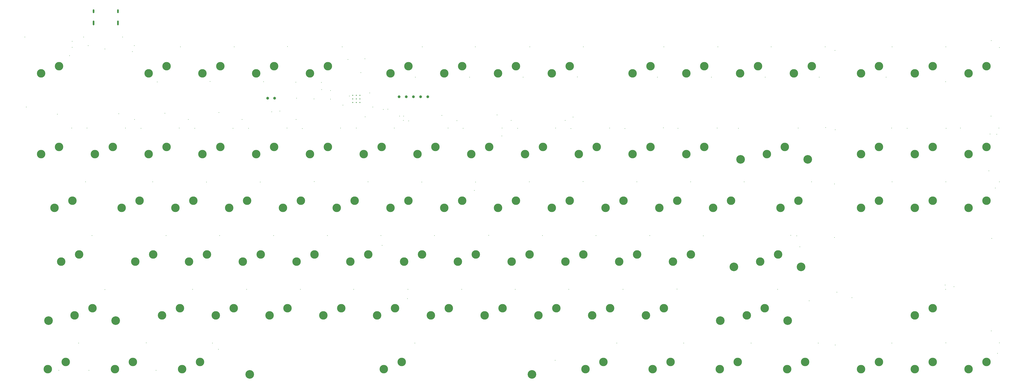
<source format=gbr>
%TF.GenerationSoftware,KiCad,Pcbnew,8.0.8*%
%TF.CreationDate,2025-02-03T11:25:17-05:00*%
%TF.ProjectId,keyboard_pcb,6b657962-6f61-4726-945f-7063622e6b69,rev?*%
%TF.SameCoordinates,Original*%
%TF.FileFunction,Plated,1,2,PTH,Mixed*%
%TF.FilePolarity,Positive*%
%FSLAX46Y46*%
G04 Gerber Fmt 4.6, Leading zero omitted, Abs format (unit mm)*
G04 Created by KiCad (PCBNEW 8.0.8) date 2025-02-03 11:25:17*
%MOMM*%
%LPD*%
G01*
G04 APERTURE LIST*
%TA.AperFunction,ViaDrill*%
%ADD10C,0.300000*%
%TD*%
%TA.AperFunction,ComponentDrill*%
%ADD11C,0.350000*%
%TD*%
G04 aperture for slot hole*
%TA.AperFunction,ComponentDrill*%
%ADD12C,0.600000*%
%TD*%
%TA.AperFunction,ComponentDrill*%
%ADD13C,1.000000*%
%TD*%
%TA.AperFunction,ComponentDrill*%
%ADD14C,3.000000*%
%TD*%
%TA.AperFunction,ComponentDrill*%
%ADD15C,3.048000*%
%TD*%
G04 APERTURE END LIST*
D10*
X29800000Y-30300000D03*
X30325000Y-55100000D03*
X41325000Y-57600000D03*
X41875000Y-148425000D03*
X45650000Y-36925000D03*
X46375000Y-62550000D03*
X46550000Y-31850000D03*
X46575000Y-33950000D03*
X48850000Y-138775000D03*
X50650000Y-30300000D03*
X51300000Y-81575000D03*
X51825000Y-62550000D03*
X52275000Y-33300000D03*
X52525000Y-148375000D03*
X53600000Y-100650000D03*
X58150000Y-119750000D03*
X58200000Y-34550000D03*
X63125000Y-57450000D03*
X64475000Y-30325000D03*
X65425000Y-62575000D03*
X67925000Y-35450000D03*
X68575000Y-33350000D03*
X68650000Y-59500000D03*
X70950000Y-62600000D03*
X72825000Y-138675000D03*
X75150000Y-81625000D03*
X76325000Y-148425000D03*
X76750000Y-46175000D03*
X79450000Y-57325000D03*
X79875000Y-100625000D03*
X84475000Y-62575000D03*
X84900000Y-33775000D03*
X87725000Y-59500000D03*
X89250000Y-119725000D03*
X89975000Y-62650000D03*
X94200000Y-81650000D03*
X95450000Y-46075000D03*
X96275000Y-138750000D03*
X98400000Y-140925000D03*
X98600000Y-57000000D03*
X98850000Y-100650000D03*
X103575000Y-62600000D03*
X104025000Y-33725000D03*
X106800000Y-59500000D03*
X108350000Y-119675000D03*
X109075000Y-62600000D03*
X113250000Y-81650000D03*
X114400000Y-46125000D03*
X117275000Y-56775000D03*
X117925000Y-100650000D03*
X120125000Y-56500000D03*
X122700000Y-62550000D03*
X122850000Y-33700000D03*
X125825000Y-46275000D03*
X125950000Y-59475000D03*
X126050000Y-51975000D03*
X127400000Y-119725000D03*
X128100000Y-62700000D03*
X132250000Y-52225000D03*
X132325000Y-81550000D03*
X134850000Y-46375000D03*
X135000000Y-48900000D03*
X137000000Y-100675000D03*
X138100000Y-49275000D03*
X138125000Y-52325000D03*
X141700000Y-62575000D03*
X142275000Y-33725000D03*
X142525000Y-54400000D03*
X144325000Y-38225000D03*
X144800000Y-51200000D03*
X146315443Y-119680467D03*
X147250000Y-62575000D03*
X148875000Y-42925000D03*
X150300000Y-38000000D03*
X150350000Y-58575000D03*
X151425000Y-81600000D03*
X151950000Y-50100000D03*
X153075000Y-55125000D03*
X155950000Y-100625000D03*
X156425000Y-104150000D03*
X156775000Y-55975000D03*
X158425000Y-55875000D03*
X160725000Y-62575000D03*
X162550000Y-58275000D03*
X163900000Y-59825000D03*
X164025000Y-58275000D03*
X165350000Y-123000000D03*
X165525000Y-119675000D03*
X165800000Y-60025000D03*
X168000000Y-138750000D03*
X168175000Y-44550000D03*
X170450000Y-81650000D03*
X170625000Y-33725000D03*
X174975000Y-100650000D03*
X177550000Y-58050000D03*
X179800000Y-62525000D03*
X182900000Y-59900000D03*
X184600000Y-119700000D03*
X185075000Y-62650000D03*
X187350000Y-44550000D03*
X189100000Y-84650000D03*
X189425000Y-33775000D03*
X189500000Y-81650000D03*
X194175000Y-100600000D03*
X197125000Y-57925000D03*
X198850000Y-65375000D03*
X198900000Y-62525000D03*
X202075000Y-59800000D03*
X203525000Y-119700000D03*
X204375000Y-62650000D03*
X206325000Y-44475000D03*
X208550000Y-81625000D03*
X208700000Y-33775000D03*
X213200000Y-100650000D03*
X217650000Y-144825000D03*
X217850000Y-62525000D03*
X221250000Y-59850000D03*
X222550000Y-119700000D03*
X223300000Y-62675000D03*
X224075000Y-58650000D03*
X225575000Y-44450000D03*
X227575000Y-81550000D03*
X227700000Y-33725000D03*
X232200000Y-100675000D03*
X237000000Y-62525000D03*
X239500000Y-138750000D03*
X241700000Y-119725000D03*
X242425000Y-62675000D03*
X246625000Y-81600000D03*
X251225000Y-100625000D03*
X253950000Y-44550000D03*
X256075000Y-62500000D03*
X256175000Y-33775000D03*
X260900000Y-119650000D03*
X261200000Y-62650000D03*
X263200000Y-138775000D03*
X265700000Y-81625000D03*
X270225000Y-100700000D03*
X273025000Y-44500000D03*
X275125000Y-62550000D03*
X275325000Y-33725000D03*
X282625000Y-62650000D03*
X284675000Y-81625000D03*
X287125000Y-138750000D03*
X292100000Y-44550000D03*
X294250000Y-33775000D03*
X296475000Y-119700000D03*
X301200000Y-100600000D03*
X303300000Y-100750000D03*
X303775000Y-62525000D03*
X304400000Y-104650000D03*
X307725000Y-123725000D03*
X308525000Y-81625000D03*
X310925000Y-138775000D03*
X311250000Y-44500000D03*
X313375000Y-33775000D03*
X313525000Y-62400000D03*
X316650000Y-82325000D03*
X316650000Y-101325000D03*
X316875000Y-35022263D03*
X316925000Y-139450000D03*
X316950000Y-63175000D03*
X317500000Y-120747223D03*
X322875000Y-122650000D03*
X334925000Y-44525000D03*
X336900000Y-62525000D03*
X336975000Y-138775000D03*
X337050000Y-33800000D03*
X337100000Y-81600000D03*
X342375000Y-62650000D03*
X355850000Y-118200000D03*
X356000000Y-46150000D03*
X356025000Y-119675000D03*
X356100000Y-138675000D03*
X356125000Y-81575000D03*
X356150000Y-33725000D03*
X356225000Y-62600000D03*
X359000000Y-118800000D03*
X361325000Y-62575000D03*
X371400000Y-77725000D03*
X371825000Y-64650000D03*
X372125000Y-58300000D03*
X372200000Y-31525000D03*
X372232108Y-134467892D03*
X372350000Y-101675000D03*
X373687500Y-83787500D03*
X374128471Y-64775000D03*
X374425000Y-142400000D03*
X374925000Y-62550000D03*
X375050000Y-34000000D03*
X375050000Y-138650000D03*
X375075000Y-81575000D03*
D11*
%TO.C,*%
X145975000Y-50975000D03*
X145975000Y-52250000D03*
X145975000Y-53525000D03*
X147250000Y-50975000D03*
X147250000Y-52250000D03*
X147250000Y-53525000D03*
X148525000Y-50975000D03*
X148525000Y-52250000D03*
X148525000Y-53525000D03*
D12*
%TO.C,J1*%
X54083764Y-21510764D02*
X54083764Y-20710764D01*
X54083764Y-25840764D02*
X54083764Y-24740764D01*
X62723764Y-21510764D02*
X62723764Y-20710764D01*
X62723764Y-25840764D02*
X62723764Y-24740764D01*
D13*
%TO.C,J2*%
X115825000Y-51975000D03*
X118325000Y-51975000D03*
%TO.C,J3*%
X162365000Y-51450000D03*
X164905000Y-51450000D03*
X167445000Y-51450000D03*
X169985000Y-51450000D03*
X172525000Y-51450000D03*
D14*
%TO.C,MX1*%
X35560000Y-43180000D03*
%TO.C,MX17*%
X35560000Y-71755000D03*
%TO.C,MX77*%
X37941250Y-147955000D03*
%TO.C,MX34*%
X40322500Y-90805000D03*
%TO.C,MX1*%
X41910000Y-40640000D03*
%TO.C,MX17*%
X41910000Y-69215000D03*
%TO.C,MX51*%
X42703750Y-109855000D03*
%TO.C,MX77*%
X44291250Y-145415000D03*
%TO.C,MX34*%
X46672500Y-88265000D03*
%TO.C,MX64*%
X47466250Y-128905000D03*
%TO.C,MX51*%
X49053750Y-107315000D03*
%TO.C,MX64*%
X53816250Y-126365000D03*
%TO.C,MX18*%
X54610000Y-71755000D03*
X60960000Y-69215000D03*
%TO.C,MX78*%
X61753750Y-147955000D03*
%TO.C,MX35*%
X64135000Y-90805000D03*
%TO.C,MX78*%
X68103750Y-145415000D03*
%TO.C,MX52*%
X68897500Y-109855000D03*
%TO.C,MX35*%
X70485000Y-88265000D03*
%TO.C,MX2*%
X73660000Y-43180000D03*
%TO.C,MX19*%
X73660000Y-71755000D03*
%TO.C,MX52*%
X75247500Y-107315000D03*
%TO.C,MX65*%
X78422500Y-128905000D03*
%TO.C,MX2*%
X80010000Y-40640000D03*
%TO.C,MX19*%
X80010000Y-69215000D03*
%TO.C,MX36*%
X83185000Y-90805000D03*
%TO.C,MX65*%
X84772500Y-126365000D03*
%TO.C,MX79*%
X85566250Y-147955000D03*
%TO.C,MX53*%
X87947500Y-109855000D03*
%TO.C,MX36*%
X89535000Y-88265000D03*
%TO.C,MX79*%
X91916250Y-145415000D03*
%TO.C,MX3*%
X92710000Y-43180000D03*
%TO.C,MX20*%
X92710000Y-71755000D03*
%TO.C,MX53*%
X94297500Y-107315000D03*
%TO.C,MX66*%
X97472500Y-128905000D03*
%TO.C,MX3*%
X99060000Y-40640000D03*
%TO.C,MX20*%
X99060000Y-69215000D03*
%TO.C,MX37*%
X102235000Y-90805000D03*
%TO.C,MX66*%
X103822500Y-126365000D03*
%TO.C,MX54*%
X106997500Y-109855000D03*
%TO.C,MX37*%
X108585000Y-88265000D03*
%TO.C,MX4*%
X111760000Y-43180000D03*
%TO.C,MX21*%
X111760000Y-71755000D03*
%TO.C,MX54*%
X113347500Y-107315000D03*
%TO.C,MX67*%
X116522500Y-128905000D03*
%TO.C,MX4*%
X118110000Y-40640000D03*
%TO.C,MX21*%
X118110000Y-69215000D03*
%TO.C,MX38*%
X121285000Y-90805000D03*
%TO.C,MX67*%
X122872500Y-126365000D03*
%TO.C,MX55*%
X126047500Y-109855000D03*
%TO.C,MX38*%
X127635000Y-88265000D03*
%TO.C,MX5*%
X130810000Y-43180000D03*
%TO.C,MX22*%
X130810000Y-71755000D03*
%TO.C,MX55*%
X132397500Y-107315000D03*
%TO.C,MX68*%
X135572500Y-128905000D03*
%TO.C,MX5*%
X137160000Y-40640000D03*
%TO.C,MX22*%
X137160000Y-69215000D03*
%TO.C,MX39*%
X140335000Y-90805000D03*
%TO.C,MX68*%
X141922500Y-126365000D03*
%TO.C,MX56*%
X145097500Y-109855000D03*
%TO.C,MX39*%
X146685000Y-88265000D03*
%TO.C,MX23*%
X149860000Y-71755000D03*
%TO.C,MX56*%
X151447500Y-107315000D03*
%TO.C,MX69*%
X154622500Y-128905000D03*
%TO.C,MX23*%
X156210000Y-69215000D03*
%TO.C,MX80*%
X157003750Y-147955000D03*
%TO.C,MX6*%
X159385000Y-43180000D03*
%TO.C,MX40*%
X159385000Y-90805000D03*
%TO.C,MX69*%
X160972500Y-126365000D03*
%TO.C,MX80*%
X163353750Y-145415000D03*
%TO.C,MX57*%
X164147500Y-109855000D03*
%TO.C,MX6*%
X165735000Y-40640000D03*
%TO.C,MX40*%
X165735000Y-88265000D03*
%TO.C,MX24*%
X168910000Y-71755000D03*
%TO.C,MX57*%
X170497500Y-107315000D03*
%TO.C,MX70*%
X173672500Y-128905000D03*
%TO.C,MX24*%
X175260000Y-69215000D03*
%TO.C,MX7*%
X178435000Y-43180000D03*
%TO.C,MX41*%
X178435000Y-90805000D03*
%TO.C,MX70*%
X180022500Y-126365000D03*
%TO.C,MX58*%
X183197500Y-109855000D03*
%TO.C,MX7*%
X184785000Y-40640000D03*
%TO.C,MX41*%
X184785000Y-88265000D03*
%TO.C,MX25*%
X187960000Y-71755000D03*
%TO.C,MX58*%
X189547500Y-107315000D03*
%TO.C,MX71*%
X192722500Y-128905000D03*
%TO.C,MX25*%
X194310000Y-69215000D03*
%TO.C,MX8*%
X197485000Y-43180000D03*
%TO.C,MX42*%
X197485000Y-90805000D03*
%TO.C,MX71*%
X199072500Y-126365000D03*
%TO.C,MX59*%
X202247500Y-109855000D03*
%TO.C,MX8*%
X203835000Y-40640000D03*
%TO.C,MX42*%
X203835000Y-88265000D03*
%TO.C,MX26*%
X207010000Y-71755000D03*
%TO.C,MX59*%
X208597500Y-107315000D03*
%TO.C,MX72*%
X211772500Y-128905000D03*
%TO.C,MX26*%
X213360000Y-69215000D03*
%TO.C,MX9*%
X216535000Y-43180000D03*
%TO.C,MX43*%
X216535000Y-90805000D03*
%TO.C,MX72*%
X218122500Y-126365000D03*
%TO.C,MX60*%
X221297500Y-109855000D03*
%TO.C,MX9*%
X222885000Y-40640000D03*
%TO.C,MX43*%
X222885000Y-88265000D03*
%TO.C,MX27*%
X226060000Y-71755000D03*
%TO.C,MX60*%
X227647500Y-107315000D03*
%TO.C,MX81*%
X228441250Y-147955000D03*
%TO.C,MX73*%
X230822500Y-128905000D03*
%TO.C,MX27*%
X232410000Y-69215000D03*
%TO.C,MX81*%
X234791250Y-145415000D03*
%TO.C,MX44*%
X235585000Y-90805000D03*
%TO.C,MX73*%
X237172500Y-126365000D03*
%TO.C,MX61*%
X240347500Y-109855000D03*
%TO.C,MX44*%
X241935000Y-88265000D03*
%TO.C,MX10*%
X245110000Y-43180000D03*
%TO.C,MX28*%
X245110000Y-71755000D03*
%TO.C,MX61*%
X246697500Y-107315000D03*
%TO.C,MX74*%
X249872500Y-128905000D03*
%TO.C,MX10*%
X251460000Y-40640000D03*
%TO.C,MX28*%
X251460000Y-69215000D03*
%TO.C,MX82*%
X252253750Y-147955000D03*
%TO.C,MX45*%
X254635000Y-90805000D03*
%TO.C,MX74*%
X256222500Y-126365000D03*
%TO.C,MX82*%
X258603750Y-145415000D03*
%TO.C,MX62*%
X259397500Y-109855000D03*
%TO.C,MX45*%
X260985000Y-88265000D03*
%TO.C,MX11*%
X264160000Y-43180000D03*
%TO.C,MX29*%
X264160000Y-71755000D03*
%TO.C,MX62*%
X265747500Y-107315000D03*
%TO.C,MX11*%
X270510000Y-40640000D03*
%TO.C,MX29*%
X270510000Y-69215000D03*
%TO.C,MX46*%
X273685000Y-90805000D03*
%TO.C,MX83*%
X276066250Y-147955000D03*
%TO.C,MX46*%
X280035000Y-88265000D03*
%TO.C,MX83*%
X282416250Y-145415000D03*
%TO.C,MX12*%
X283210000Y-43180000D03*
%TO.C,MX75*%
X285591250Y-128905000D03*
%TO.C,MX12*%
X289560000Y-40640000D03*
%TO.C,MX63*%
X290353750Y-109855000D03*
%TO.C,MX75*%
X291941250Y-126365000D03*
%TO.C,MX30*%
X292735000Y-71755000D03*
%TO.C,MX63*%
X296703750Y-107315000D03*
%TO.C,MX47*%
X297497500Y-90805000D03*
%TO.C,MX30*%
X299085000Y-69215000D03*
%TO.C,MX84*%
X299878750Y-147955000D03*
%TO.C,MX13*%
X302260000Y-43180000D03*
%TO.C,MX47*%
X303847500Y-88265000D03*
%TO.C,MX84*%
X306228750Y-145415000D03*
%TO.C,MX13*%
X308610000Y-40640000D03*
%TO.C,MX14*%
X326072500Y-43180000D03*
%TO.C,MX31*%
X326072500Y-71755000D03*
%TO.C,MX48*%
X326072500Y-90805000D03*
%TO.C,MX85*%
X326072500Y-147955000D03*
%TO.C,MX14*%
X332422500Y-40640000D03*
%TO.C,MX31*%
X332422500Y-69215000D03*
%TO.C,MX48*%
X332422500Y-88265000D03*
%TO.C,MX85*%
X332422500Y-145415000D03*
%TO.C,MX15*%
X345122500Y-43180000D03*
%TO.C,MX32*%
X345122500Y-71755000D03*
%TO.C,MX49*%
X345122500Y-90805000D03*
%TO.C,MX76*%
X345122500Y-128905000D03*
%TO.C,MX86*%
X345122500Y-147955000D03*
%TO.C,MX15*%
X351472500Y-40640000D03*
%TO.C,MX32*%
X351472500Y-69215000D03*
%TO.C,MX49*%
X351472500Y-88265000D03*
%TO.C,MX76*%
X351472500Y-126365000D03*
%TO.C,MX86*%
X351472500Y-145415000D03*
%TO.C,MX16*%
X364172500Y-43180000D03*
%TO.C,MX33*%
X364172500Y-71755000D03*
%TO.C,MX50*%
X364172500Y-90805000D03*
%TO.C,MX87*%
X364172500Y-147955000D03*
%TO.C,MX16*%
X370522500Y-40640000D03*
%TO.C,MX33*%
X370522500Y-69215000D03*
%TO.C,MX50*%
X370522500Y-88265000D03*
%TO.C,MX87*%
X370522500Y-145415000D03*
D15*
%TO.C,S2*%
X38163500Y-130810000D03*
X61976000Y-130810000D03*
%TO.C,S5*%
X109505750Y-149863050D03*
X209518250Y-149863050D03*
%TO.C,S3*%
X276225000Y-130810000D03*
%TO.C,S4*%
X280987500Y-111760000D03*
%TO.C,S1*%
X283368750Y-73660000D03*
%TO.C,S3*%
X300037500Y-130810000D03*
%TO.C,S4*%
X304800000Y-111760000D03*
%TO.C,S1*%
X307181250Y-73660000D03*
M02*

</source>
